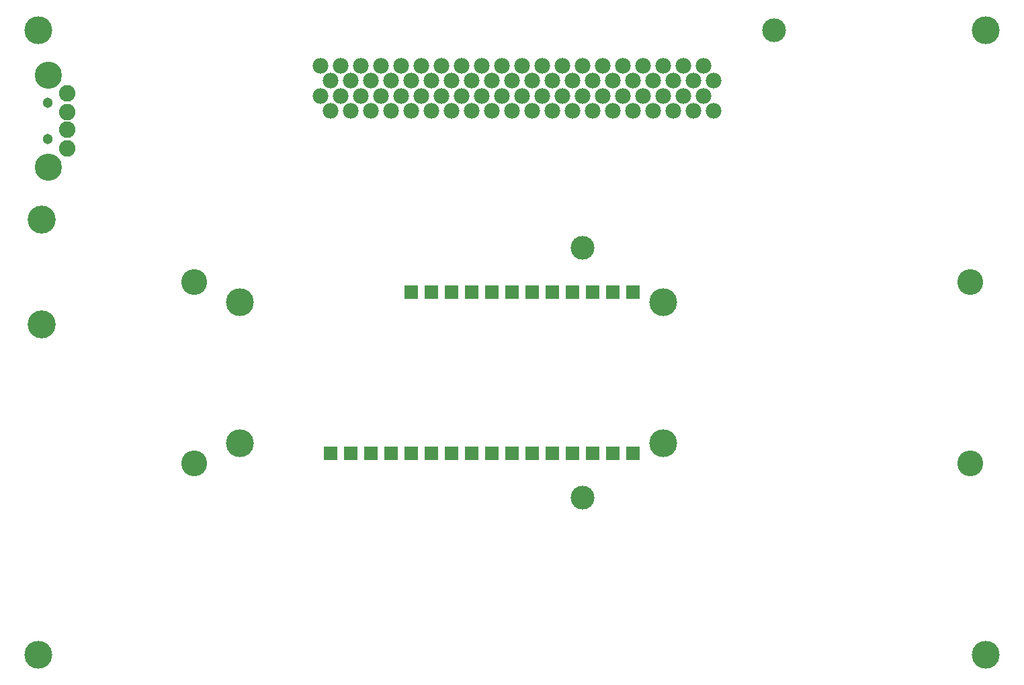
<source format=gbs>
G04 EAGLE Gerber RS-274X export*
G75*
%MOMM*%
%FSLAX34Y34*%
%LPD*%
%INSoldermask Bottom*%
%IPPOS*%
%AMOC8*
5,1,8,0,0,1.08239X$1,22.5*%
G01*
%ADD10R,1.727200X1.727200*%
%ADD11C,3.505200*%
%ADD12C,3.251200*%
%ADD13C,2.997200*%
%ADD14C,1.981200*%
%ADD15C,3.530600*%
%ADD16C,2.082800*%
%ADD17C,3.419200*%
%ADD18C,1.303200*%


D10*
X863600Y342900D03*
X838200Y342900D03*
X812800Y342900D03*
X787400Y342900D03*
X762000Y342900D03*
X736600Y342900D03*
X711200Y342900D03*
X685800Y342900D03*
X660400Y342900D03*
X635000Y342900D03*
X609600Y342900D03*
X584200Y342900D03*
X558800Y342900D03*
X533400Y342900D03*
X508000Y342900D03*
X482600Y342900D03*
X863600Y546100D03*
X838200Y546100D03*
X812800Y546100D03*
X787400Y546100D03*
X762000Y546100D03*
X736600Y546100D03*
X711200Y546100D03*
X685800Y546100D03*
X660400Y546100D03*
X635000Y546100D03*
X609600Y546100D03*
X584200Y546100D03*
D11*
X368300Y533400D03*
X901700Y533400D03*
X901700Y355600D03*
X368300Y355600D03*
D12*
X311150Y330200D03*
X311150Y558800D03*
X1289050Y330200D03*
X1289050Y558800D03*
D13*
X800100Y287020D03*
X800100Y601980D03*
D11*
X1308100Y88900D03*
X114300Y88900D03*
X114300Y876300D03*
D14*
X482600Y774700D03*
X508000Y774700D03*
X533400Y774700D03*
X558800Y774700D03*
X584200Y774700D03*
X609600Y774700D03*
X635000Y774700D03*
X660400Y774700D03*
X685800Y774700D03*
X711200Y774700D03*
X736600Y774700D03*
X762000Y774700D03*
X787400Y774700D03*
X812800Y774700D03*
X838200Y774700D03*
X863600Y774700D03*
X889000Y774700D03*
X914400Y774700D03*
X939800Y774700D03*
X965200Y774700D03*
X469900Y793750D03*
X495300Y793750D03*
X520700Y793750D03*
X546100Y793750D03*
X571500Y793750D03*
X596900Y793750D03*
X622300Y793750D03*
X647700Y793750D03*
X673100Y793750D03*
X698500Y793750D03*
X723900Y793750D03*
X749300Y793750D03*
X774700Y793750D03*
X800100Y793750D03*
X825500Y793750D03*
X850900Y793750D03*
X876300Y793750D03*
X901700Y793750D03*
X927100Y793750D03*
X952500Y793750D03*
X482600Y812800D03*
X508000Y812800D03*
X533400Y812800D03*
X558800Y812800D03*
X584200Y812800D03*
X609600Y812800D03*
X635000Y812800D03*
X660400Y812800D03*
X685800Y812800D03*
X711200Y812800D03*
X736600Y812800D03*
X762000Y812800D03*
X787400Y812800D03*
X812800Y812800D03*
X838200Y812800D03*
X863600Y812800D03*
X889000Y812800D03*
X914400Y812800D03*
X939800Y812800D03*
X965200Y812800D03*
X469900Y831850D03*
X495300Y831850D03*
X520700Y831850D03*
X546100Y831850D03*
X571500Y831850D03*
X596900Y831850D03*
X622300Y831850D03*
X647700Y831850D03*
X673100Y831850D03*
X698500Y831850D03*
X723900Y831850D03*
X749300Y831850D03*
X774700Y831850D03*
X800100Y831850D03*
X825500Y831850D03*
X850900Y831850D03*
X876300Y831850D03*
X901700Y831850D03*
X927100Y831850D03*
X952500Y831850D03*
D13*
X1041400Y876300D03*
D15*
X118900Y505841D03*
X118900Y637159D03*
D16*
X151000Y797000D03*
X151000Y773270D03*
X151000Y750730D03*
X151000Y727000D03*
D17*
X127000Y704000D03*
X127000Y820000D03*
D18*
X126000Y784500D03*
X126000Y739500D03*
D11*
X1308100Y876300D03*
M02*

</source>
